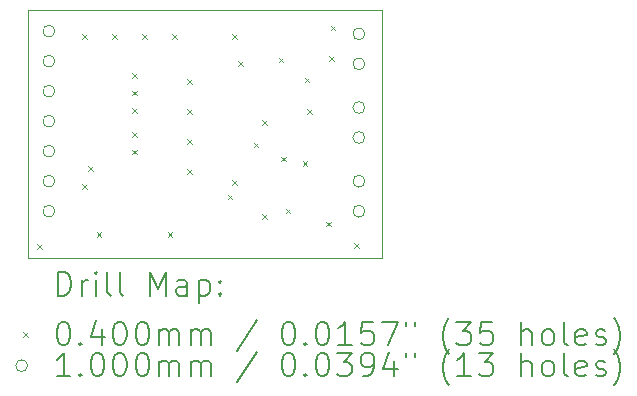
<source format=gbr>
%TF.GenerationSoftware,KiCad,Pcbnew,(6.0.7)*%
%TF.CreationDate,2022-10-19T11:36:26-04:00*%
%TF.ProjectId,SPItoCAN,53504974-6f43-4414-9e2e-6b696361645f,rev?*%
%TF.SameCoordinates,Original*%
%TF.FileFunction,Drillmap*%
%TF.FilePolarity,Positive*%
%FSLAX45Y45*%
G04 Gerber Fmt 4.5, Leading zero omitted, Abs format (unit mm)*
G04 Created by KiCad (PCBNEW (6.0.7)) date 2022-10-19 11:36:26*
%MOMM*%
%LPD*%
G01*
G04 APERTURE LIST*
%ADD10C,0.100000*%
%ADD11C,0.200000*%
%ADD12C,0.040000*%
G04 APERTURE END LIST*
D10*
X1300000Y-1300000D02*
X4300000Y-1300000D01*
X4300000Y-1300000D02*
X4300000Y-3400000D01*
X4300000Y-3400000D02*
X1300000Y-3400000D01*
X1300000Y-3400000D02*
X1300000Y-1300000D01*
D11*
D12*
X1377000Y-3282000D02*
X1417000Y-3322000D01*
X1417000Y-3282000D02*
X1377000Y-3322000D01*
X1758000Y-1504000D02*
X1798000Y-1544000D01*
X1798000Y-1504000D02*
X1758000Y-1544000D01*
X1758000Y-2774000D02*
X1798000Y-2814000D01*
X1798000Y-2774000D02*
X1758000Y-2814000D01*
X1810000Y-2620000D02*
X1850000Y-2660000D01*
X1850000Y-2620000D02*
X1810000Y-2660000D01*
X1880000Y-3180000D02*
X1920000Y-3220000D01*
X1920000Y-3180000D02*
X1880000Y-3220000D01*
X2012000Y-1504000D02*
X2052000Y-1544000D01*
X2052000Y-1504000D02*
X2012000Y-1544000D01*
X2180000Y-1830000D02*
X2220000Y-1870000D01*
X2220000Y-1830000D02*
X2180000Y-1870000D01*
X2180000Y-1980000D02*
X2220000Y-2020000D01*
X2220000Y-1980000D02*
X2180000Y-2020000D01*
X2180000Y-2130000D02*
X2220000Y-2170000D01*
X2220000Y-2130000D02*
X2180000Y-2170000D01*
X2180000Y-2330000D02*
X2220000Y-2370000D01*
X2220000Y-2330000D02*
X2180000Y-2370000D01*
X2180000Y-2480000D02*
X2220000Y-2520000D01*
X2220000Y-2480000D02*
X2180000Y-2520000D01*
X2266000Y-1504000D02*
X2306000Y-1544000D01*
X2306000Y-1504000D02*
X2266000Y-1544000D01*
X2480000Y-3180000D02*
X2520000Y-3220000D01*
X2520000Y-3180000D02*
X2480000Y-3220000D01*
X2520000Y-1504000D02*
X2560000Y-1544000D01*
X2560000Y-1504000D02*
X2520000Y-1544000D01*
X2647000Y-1885000D02*
X2687000Y-1925000D01*
X2687000Y-1885000D02*
X2647000Y-1925000D01*
X2647000Y-2139000D02*
X2687000Y-2179000D01*
X2687000Y-2139000D02*
X2647000Y-2179000D01*
X2647000Y-2393000D02*
X2687000Y-2433000D01*
X2687000Y-2393000D02*
X2647000Y-2433000D01*
X2647000Y-2647000D02*
X2687000Y-2687000D01*
X2687000Y-2647000D02*
X2647000Y-2687000D01*
X2990000Y-2860000D02*
X3030000Y-2900000D01*
X3030000Y-2860000D02*
X2990000Y-2900000D01*
X3028000Y-1504000D02*
X3068000Y-1544000D01*
X3068000Y-1504000D02*
X3028000Y-1544000D01*
X3030000Y-2740000D02*
X3070000Y-2780000D01*
X3070000Y-2740000D02*
X3030000Y-2780000D01*
X3079000Y-1729000D02*
X3119000Y-1769000D01*
X3119000Y-1729000D02*
X3079000Y-1769000D01*
X3210000Y-2420000D02*
X3250000Y-2460000D01*
X3250000Y-2420000D02*
X3210000Y-2460000D01*
X3280000Y-2230000D02*
X3320000Y-2270000D01*
X3320000Y-2230000D02*
X3280000Y-2270000D01*
X3282000Y-3028000D02*
X3322000Y-3068000D01*
X3322000Y-3028000D02*
X3282000Y-3068000D01*
X3420000Y-1700000D02*
X3460000Y-1740000D01*
X3460000Y-1700000D02*
X3420000Y-1740000D01*
X3440000Y-2540000D02*
X3480000Y-2580000D01*
X3480000Y-2540000D02*
X3440000Y-2580000D01*
X3480000Y-2980000D02*
X3520000Y-3020000D01*
X3520000Y-2980000D02*
X3480000Y-3020000D01*
X3625050Y-2580000D02*
X3665050Y-2620000D01*
X3665050Y-2580000D02*
X3625050Y-2620000D01*
X3640000Y-1870000D02*
X3680000Y-1910000D01*
X3680000Y-1870000D02*
X3640000Y-1910000D01*
X3663000Y-2139000D02*
X3703000Y-2179000D01*
X3703000Y-2139000D02*
X3663000Y-2179000D01*
X3820000Y-3090000D02*
X3860000Y-3130000D01*
X3860000Y-3090000D02*
X3820000Y-3130000D01*
X3850000Y-1690000D02*
X3890000Y-1730000D01*
X3890000Y-1690000D02*
X3850000Y-1730000D01*
X3860000Y-1430000D02*
X3900000Y-1470000D01*
X3900000Y-1430000D02*
X3860000Y-1470000D01*
X4060000Y-3270000D02*
X4100000Y-3310000D01*
X4100000Y-3270000D02*
X4060000Y-3310000D01*
D10*
X1525000Y-1476000D02*
G75*
G03*
X1525000Y-1476000I-50000J0D01*
G01*
X1525000Y-1730000D02*
G75*
G03*
X1525000Y-1730000I-50000J0D01*
G01*
X1525000Y-1984000D02*
G75*
G03*
X1525000Y-1984000I-50000J0D01*
G01*
X1525000Y-2238000D02*
G75*
G03*
X1525000Y-2238000I-50000J0D01*
G01*
X1525000Y-2492000D02*
G75*
G03*
X1525000Y-2492000I-50000J0D01*
G01*
X1525000Y-2746000D02*
G75*
G03*
X1525000Y-2746000I-50000J0D01*
G01*
X1525000Y-3000000D02*
G75*
G03*
X1525000Y-3000000I-50000J0D01*
G01*
X4150000Y-1500000D02*
G75*
G03*
X4150000Y-1500000I-50000J0D01*
G01*
X4150000Y-1754000D02*
G75*
G03*
X4150000Y-1754000I-50000J0D01*
G01*
X4150000Y-2122500D02*
G75*
G03*
X4150000Y-2122500I-50000J0D01*
G01*
X4150000Y-2376500D02*
G75*
G03*
X4150000Y-2376500I-50000J0D01*
G01*
X4150000Y-2747500D02*
G75*
G03*
X4150000Y-2747500I-50000J0D01*
G01*
X4150000Y-3001500D02*
G75*
G03*
X4150000Y-3001500I-50000J0D01*
G01*
D11*
X1552619Y-3715476D02*
X1552619Y-3515476D01*
X1600238Y-3515476D01*
X1628809Y-3525000D01*
X1647857Y-3544048D01*
X1657381Y-3563095D01*
X1666905Y-3601190D01*
X1666905Y-3629762D01*
X1657381Y-3667857D01*
X1647857Y-3686905D01*
X1628809Y-3705952D01*
X1600238Y-3715476D01*
X1552619Y-3715476D01*
X1752619Y-3715476D02*
X1752619Y-3582143D01*
X1752619Y-3620238D02*
X1762143Y-3601190D01*
X1771667Y-3591667D01*
X1790714Y-3582143D01*
X1809762Y-3582143D01*
X1876428Y-3715476D02*
X1876428Y-3582143D01*
X1876428Y-3515476D02*
X1866905Y-3525000D01*
X1876428Y-3534524D01*
X1885952Y-3525000D01*
X1876428Y-3515476D01*
X1876428Y-3534524D01*
X2000238Y-3715476D02*
X1981190Y-3705952D01*
X1971667Y-3686905D01*
X1971667Y-3515476D01*
X2105000Y-3715476D02*
X2085952Y-3705952D01*
X2076428Y-3686905D01*
X2076428Y-3515476D01*
X2333571Y-3715476D02*
X2333571Y-3515476D01*
X2400238Y-3658333D01*
X2466905Y-3515476D01*
X2466905Y-3715476D01*
X2647857Y-3715476D02*
X2647857Y-3610714D01*
X2638333Y-3591667D01*
X2619286Y-3582143D01*
X2581190Y-3582143D01*
X2562143Y-3591667D01*
X2647857Y-3705952D02*
X2628810Y-3715476D01*
X2581190Y-3715476D01*
X2562143Y-3705952D01*
X2552619Y-3686905D01*
X2552619Y-3667857D01*
X2562143Y-3648809D01*
X2581190Y-3639286D01*
X2628810Y-3639286D01*
X2647857Y-3629762D01*
X2743095Y-3582143D02*
X2743095Y-3782143D01*
X2743095Y-3591667D02*
X2762143Y-3582143D01*
X2800238Y-3582143D01*
X2819286Y-3591667D01*
X2828809Y-3601190D01*
X2838333Y-3620238D01*
X2838333Y-3677381D01*
X2828809Y-3696428D01*
X2819286Y-3705952D01*
X2800238Y-3715476D01*
X2762143Y-3715476D01*
X2743095Y-3705952D01*
X2924048Y-3696428D02*
X2933571Y-3705952D01*
X2924048Y-3715476D01*
X2914524Y-3705952D01*
X2924048Y-3696428D01*
X2924048Y-3715476D01*
X2924048Y-3591667D02*
X2933571Y-3601190D01*
X2924048Y-3610714D01*
X2914524Y-3601190D01*
X2924048Y-3591667D01*
X2924048Y-3610714D01*
D12*
X1255000Y-4025000D02*
X1295000Y-4065000D01*
X1295000Y-4025000D02*
X1255000Y-4065000D01*
D11*
X1590714Y-3935476D02*
X1609762Y-3935476D01*
X1628809Y-3945000D01*
X1638333Y-3954524D01*
X1647857Y-3973571D01*
X1657381Y-4011667D01*
X1657381Y-4059286D01*
X1647857Y-4097381D01*
X1638333Y-4116428D01*
X1628809Y-4125952D01*
X1609762Y-4135476D01*
X1590714Y-4135476D01*
X1571667Y-4125952D01*
X1562143Y-4116428D01*
X1552619Y-4097381D01*
X1543095Y-4059286D01*
X1543095Y-4011667D01*
X1552619Y-3973571D01*
X1562143Y-3954524D01*
X1571667Y-3945000D01*
X1590714Y-3935476D01*
X1743095Y-4116428D02*
X1752619Y-4125952D01*
X1743095Y-4135476D01*
X1733571Y-4125952D01*
X1743095Y-4116428D01*
X1743095Y-4135476D01*
X1924048Y-4002143D02*
X1924048Y-4135476D01*
X1876428Y-3925952D02*
X1828809Y-4068809D01*
X1952619Y-4068809D01*
X2066905Y-3935476D02*
X2085952Y-3935476D01*
X2105000Y-3945000D01*
X2114524Y-3954524D01*
X2124048Y-3973571D01*
X2133571Y-4011667D01*
X2133571Y-4059286D01*
X2124048Y-4097381D01*
X2114524Y-4116428D01*
X2105000Y-4125952D01*
X2085952Y-4135476D01*
X2066905Y-4135476D01*
X2047857Y-4125952D01*
X2038333Y-4116428D01*
X2028809Y-4097381D01*
X2019286Y-4059286D01*
X2019286Y-4011667D01*
X2028809Y-3973571D01*
X2038333Y-3954524D01*
X2047857Y-3945000D01*
X2066905Y-3935476D01*
X2257381Y-3935476D02*
X2276429Y-3935476D01*
X2295476Y-3945000D01*
X2305000Y-3954524D01*
X2314524Y-3973571D01*
X2324048Y-4011667D01*
X2324048Y-4059286D01*
X2314524Y-4097381D01*
X2305000Y-4116428D01*
X2295476Y-4125952D01*
X2276429Y-4135476D01*
X2257381Y-4135476D01*
X2238333Y-4125952D01*
X2228810Y-4116428D01*
X2219286Y-4097381D01*
X2209762Y-4059286D01*
X2209762Y-4011667D01*
X2219286Y-3973571D01*
X2228810Y-3954524D01*
X2238333Y-3945000D01*
X2257381Y-3935476D01*
X2409762Y-4135476D02*
X2409762Y-4002143D01*
X2409762Y-4021190D02*
X2419286Y-4011667D01*
X2438333Y-4002143D01*
X2466905Y-4002143D01*
X2485952Y-4011667D01*
X2495476Y-4030714D01*
X2495476Y-4135476D01*
X2495476Y-4030714D02*
X2505000Y-4011667D01*
X2524048Y-4002143D01*
X2552619Y-4002143D01*
X2571667Y-4011667D01*
X2581190Y-4030714D01*
X2581190Y-4135476D01*
X2676429Y-4135476D02*
X2676429Y-4002143D01*
X2676429Y-4021190D02*
X2685952Y-4011667D01*
X2705000Y-4002143D01*
X2733571Y-4002143D01*
X2752619Y-4011667D01*
X2762143Y-4030714D01*
X2762143Y-4135476D01*
X2762143Y-4030714D02*
X2771667Y-4011667D01*
X2790714Y-4002143D01*
X2819286Y-4002143D01*
X2838333Y-4011667D01*
X2847857Y-4030714D01*
X2847857Y-4135476D01*
X3238333Y-3925952D02*
X3066905Y-4183095D01*
X3495476Y-3935476D02*
X3514524Y-3935476D01*
X3533571Y-3945000D01*
X3543095Y-3954524D01*
X3552619Y-3973571D01*
X3562143Y-4011667D01*
X3562143Y-4059286D01*
X3552619Y-4097381D01*
X3543095Y-4116428D01*
X3533571Y-4125952D01*
X3514524Y-4135476D01*
X3495476Y-4135476D01*
X3476428Y-4125952D01*
X3466905Y-4116428D01*
X3457381Y-4097381D01*
X3447857Y-4059286D01*
X3447857Y-4011667D01*
X3457381Y-3973571D01*
X3466905Y-3954524D01*
X3476428Y-3945000D01*
X3495476Y-3935476D01*
X3647857Y-4116428D02*
X3657381Y-4125952D01*
X3647857Y-4135476D01*
X3638333Y-4125952D01*
X3647857Y-4116428D01*
X3647857Y-4135476D01*
X3781190Y-3935476D02*
X3800238Y-3935476D01*
X3819286Y-3945000D01*
X3828809Y-3954524D01*
X3838333Y-3973571D01*
X3847857Y-4011667D01*
X3847857Y-4059286D01*
X3838333Y-4097381D01*
X3828809Y-4116428D01*
X3819286Y-4125952D01*
X3800238Y-4135476D01*
X3781190Y-4135476D01*
X3762143Y-4125952D01*
X3752619Y-4116428D01*
X3743095Y-4097381D01*
X3733571Y-4059286D01*
X3733571Y-4011667D01*
X3743095Y-3973571D01*
X3752619Y-3954524D01*
X3762143Y-3945000D01*
X3781190Y-3935476D01*
X4038333Y-4135476D02*
X3924048Y-4135476D01*
X3981190Y-4135476D02*
X3981190Y-3935476D01*
X3962143Y-3964048D01*
X3943095Y-3983095D01*
X3924048Y-3992619D01*
X4219286Y-3935476D02*
X4124048Y-3935476D01*
X4114524Y-4030714D01*
X4124048Y-4021190D01*
X4143095Y-4011667D01*
X4190714Y-4011667D01*
X4209762Y-4021190D01*
X4219286Y-4030714D01*
X4228810Y-4049762D01*
X4228810Y-4097381D01*
X4219286Y-4116428D01*
X4209762Y-4125952D01*
X4190714Y-4135476D01*
X4143095Y-4135476D01*
X4124048Y-4125952D01*
X4114524Y-4116428D01*
X4295476Y-3935476D02*
X4428810Y-3935476D01*
X4343095Y-4135476D01*
X4495476Y-3935476D02*
X4495476Y-3973571D01*
X4571667Y-3935476D02*
X4571667Y-3973571D01*
X4866905Y-4211667D02*
X4857381Y-4202143D01*
X4838333Y-4173571D01*
X4828810Y-4154524D01*
X4819286Y-4125952D01*
X4809762Y-4078333D01*
X4809762Y-4040238D01*
X4819286Y-3992619D01*
X4828810Y-3964048D01*
X4838333Y-3945000D01*
X4857381Y-3916428D01*
X4866905Y-3906905D01*
X4924048Y-3935476D02*
X5047857Y-3935476D01*
X4981190Y-4011667D01*
X5009762Y-4011667D01*
X5028810Y-4021190D01*
X5038333Y-4030714D01*
X5047857Y-4049762D01*
X5047857Y-4097381D01*
X5038333Y-4116428D01*
X5028810Y-4125952D01*
X5009762Y-4135476D01*
X4952619Y-4135476D01*
X4933571Y-4125952D01*
X4924048Y-4116428D01*
X5228810Y-3935476D02*
X5133571Y-3935476D01*
X5124048Y-4030714D01*
X5133571Y-4021190D01*
X5152619Y-4011667D01*
X5200238Y-4011667D01*
X5219286Y-4021190D01*
X5228810Y-4030714D01*
X5238333Y-4049762D01*
X5238333Y-4097381D01*
X5228810Y-4116428D01*
X5219286Y-4125952D01*
X5200238Y-4135476D01*
X5152619Y-4135476D01*
X5133571Y-4125952D01*
X5124048Y-4116428D01*
X5476429Y-4135476D02*
X5476429Y-3935476D01*
X5562143Y-4135476D02*
X5562143Y-4030714D01*
X5552619Y-4011667D01*
X5533571Y-4002143D01*
X5505000Y-4002143D01*
X5485952Y-4011667D01*
X5476429Y-4021190D01*
X5685952Y-4135476D02*
X5666905Y-4125952D01*
X5657381Y-4116428D01*
X5647857Y-4097381D01*
X5647857Y-4040238D01*
X5657381Y-4021190D01*
X5666905Y-4011667D01*
X5685952Y-4002143D01*
X5714524Y-4002143D01*
X5733571Y-4011667D01*
X5743095Y-4021190D01*
X5752619Y-4040238D01*
X5752619Y-4097381D01*
X5743095Y-4116428D01*
X5733571Y-4125952D01*
X5714524Y-4135476D01*
X5685952Y-4135476D01*
X5866905Y-4135476D02*
X5847857Y-4125952D01*
X5838333Y-4106905D01*
X5838333Y-3935476D01*
X6019286Y-4125952D02*
X6000238Y-4135476D01*
X5962143Y-4135476D01*
X5943095Y-4125952D01*
X5933571Y-4106905D01*
X5933571Y-4030714D01*
X5943095Y-4011667D01*
X5962143Y-4002143D01*
X6000238Y-4002143D01*
X6019286Y-4011667D01*
X6028809Y-4030714D01*
X6028809Y-4049762D01*
X5933571Y-4068809D01*
X6105000Y-4125952D02*
X6124048Y-4135476D01*
X6162143Y-4135476D01*
X6181190Y-4125952D01*
X6190714Y-4106905D01*
X6190714Y-4097381D01*
X6181190Y-4078333D01*
X6162143Y-4068809D01*
X6133571Y-4068809D01*
X6114524Y-4059286D01*
X6105000Y-4040238D01*
X6105000Y-4030714D01*
X6114524Y-4011667D01*
X6133571Y-4002143D01*
X6162143Y-4002143D01*
X6181190Y-4011667D01*
X6257381Y-4211667D02*
X6266905Y-4202143D01*
X6285952Y-4173571D01*
X6295476Y-4154524D01*
X6305000Y-4125952D01*
X6314524Y-4078333D01*
X6314524Y-4040238D01*
X6305000Y-3992619D01*
X6295476Y-3964048D01*
X6285952Y-3945000D01*
X6266905Y-3916428D01*
X6257381Y-3906905D01*
D10*
X1295000Y-4309000D02*
G75*
G03*
X1295000Y-4309000I-50000J0D01*
G01*
D11*
X1657381Y-4399476D02*
X1543095Y-4399476D01*
X1600238Y-4399476D02*
X1600238Y-4199476D01*
X1581190Y-4228048D01*
X1562143Y-4247095D01*
X1543095Y-4256619D01*
X1743095Y-4380429D02*
X1752619Y-4389952D01*
X1743095Y-4399476D01*
X1733571Y-4389952D01*
X1743095Y-4380429D01*
X1743095Y-4399476D01*
X1876428Y-4199476D02*
X1895476Y-4199476D01*
X1914524Y-4209000D01*
X1924048Y-4218524D01*
X1933571Y-4237571D01*
X1943095Y-4275667D01*
X1943095Y-4323286D01*
X1933571Y-4361381D01*
X1924048Y-4380429D01*
X1914524Y-4389952D01*
X1895476Y-4399476D01*
X1876428Y-4399476D01*
X1857381Y-4389952D01*
X1847857Y-4380429D01*
X1838333Y-4361381D01*
X1828809Y-4323286D01*
X1828809Y-4275667D01*
X1838333Y-4237571D01*
X1847857Y-4218524D01*
X1857381Y-4209000D01*
X1876428Y-4199476D01*
X2066905Y-4199476D02*
X2085952Y-4199476D01*
X2105000Y-4209000D01*
X2114524Y-4218524D01*
X2124048Y-4237571D01*
X2133571Y-4275667D01*
X2133571Y-4323286D01*
X2124048Y-4361381D01*
X2114524Y-4380429D01*
X2105000Y-4389952D01*
X2085952Y-4399476D01*
X2066905Y-4399476D01*
X2047857Y-4389952D01*
X2038333Y-4380429D01*
X2028809Y-4361381D01*
X2019286Y-4323286D01*
X2019286Y-4275667D01*
X2028809Y-4237571D01*
X2038333Y-4218524D01*
X2047857Y-4209000D01*
X2066905Y-4199476D01*
X2257381Y-4199476D02*
X2276429Y-4199476D01*
X2295476Y-4209000D01*
X2305000Y-4218524D01*
X2314524Y-4237571D01*
X2324048Y-4275667D01*
X2324048Y-4323286D01*
X2314524Y-4361381D01*
X2305000Y-4380429D01*
X2295476Y-4389952D01*
X2276429Y-4399476D01*
X2257381Y-4399476D01*
X2238333Y-4389952D01*
X2228810Y-4380429D01*
X2219286Y-4361381D01*
X2209762Y-4323286D01*
X2209762Y-4275667D01*
X2219286Y-4237571D01*
X2228810Y-4218524D01*
X2238333Y-4209000D01*
X2257381Y-4199476D01*
X2409762Y-4399476D02*
X2409762Y-4266143D01*
X2409762Y-4285190D02*
X2419286Y-4275667D01*
X2438333Y-4266143D01*
X2466905Y-4266143D01*
X2485952Y-4275667D01*
X2495476Y-4294714D01*
X2495476Y-4399476D01*
X2495476Y-4294714D02*
X2505000Y-4275667D01*
X2524048Y-4266143D01*
X2552619Y-4266143D01*
X2571667Y-4275667D01*
X2581190Y-4294714D01*
X2581190Y-4399476D01*
X2676429Y-4399476D02*
X2676429Y-4266143D01*
X2676429Y-4285190D02*
X2685952Y-4275667D01*
X2705000Y-4266143D01*
X2733571Y-4266143D01*
X2752619Y-4275667D01*
X2762143Y-4294714D01*
X2762143Y-4399476D01*
X2762143Y-4294714D02*
X2771667Y-4275667D01*
X2790714Y-4266143D01*
X2819286Y-4266143D01*
X2838333Y-4275667D01*
X2847857Y-4294714D01*
X2847857Y-4399476D01*
X3238333Y-4189952D02*
X3066905Y-4447095D01*
X3495476Y-4199476D02*
X3514524Y-4199476D01*
X3533571Y-4209000D01*
X3543095Y-4218524D01*
X3552619Y-4237571D01*
X3562143Y-4275667D01*
X3562143Y-4323286D01*
X3552619Y-4361381D01*
X3543095Y-4380429D01*
X3533571Y-4389952D01*
X3514524Y-4399476D01*
X3495476Y-4399476D01*
X3476428Y-4389952D01*
X3466905Y-4380429D01*
X3457381Y-4361381D01*
X3447857Y-4323286D01*
X3447857Y-4275667D01*
X3457381Y-4237571D01*
X3466905Y-4218524D01*
X3476428Y-4209000D01*
X3495476Y-4199476D01*
X3647857Y-4380429D02*
X3657381Y-4389952D01*
X3647857Y-4399476D01*
X3638333Y-4389952D01*
X3647857Y-4380429D01*
X3647857Y-4399476D01*
X3781190Y-4199476D02*
X3800238Y-4199476D01*
X3819286Y-4209000D01*
X3828809Y-4218524D01*
X3838333Y-4237571D01*
X3847857Y-4275667D01*
X3847857Y-4323286D01*
X3838333Y-4361381D01*
X3828809Y-4380429D01*
X3819286Y-4389952D01*
X3800238Y-4399476D01*
X3781190Y-4399476D01*
X3762143Y-4389952D01*
X3752619Y-4380429D01*
X3743095Y-4361381D01*
X3733571Y-4323286D01*
X3733571Y-4275667D01*
X3743095Y-4237571D01*
X3752619Y-4218524D01*
X3762143Y-4209000D01*
X3781190Y-4199476D01*
X3914524Y-4199476D02*
X4038333Y-4199476D01*
X3971667Y-4275667D01*
X4000238Y-4275667D01*
X4019286Y-4285190D01*
X4028809Y-4294714D01*
X4038333Y-4313762D01*
X4038333Y-4361381D01*
X4028809Y-4380429D01*
X4019286Y-4389952D01*
X4000238Y-4399476D01*
X3943095Y-4399476D01*
X3924048Y-4389952D01*
X3914524Y-4380429D01*
X4133571Y-4399476D02*
X4171667Y-4399476D01*
X4190714Y-4389952D01*
X4200238Y-4380429D01*
X4219286Y-4351857D01*
X4228810Y-4313762D01*
X4228810Y-4237571D01*
X4219286Y-4218524D01*
X4209762Y-4209000D01*
X4190714Y-4199476D01*
X4152619Y-4199476D01*
X4133571Y-4209000D01*
X4124048Y-4218524D01*
X4114524Y-4237571D01*
X4114524Y-4285190D01*
X4124048Y-4304238D01*
X4133571Y-4313762D01*
X4152619Y-4323286D01*
X4190714Y-4323286D01*
X4209762Y-4313762D01*
X4219286Y-4304238D01*
X4228810Y-4285190D01*
X4400238Y-4266143D02*
X4400238Y-4399476D01*
X4352619Y-4189952D02*
X4305000Y-4332810D01*
X4428810Y-4332810D01*
X4495476Y-4199476D02*
X4495476Y-4237571D01*
X4571667Y-4199476D02*
X4571667Y-4237571D01*
X4866905Y-4475667D02*
X4857381Y-4466143D01*
X4838333Y-4437571D01*
X4828810Y-4418524D01*
X4819286Y-4389952D01*
X4809762Y-4342333D01*
X4809762Y-4304238D01*
X4819286Y-4256619D01*
X4828810Y-4228048D01*
X4838333Y-4209000D01*
X4857381Y-4180428D01*
X4866905Y-4170905D01*
X5047857Y-4399476D02*
X4933571Y-4399476D01*
X4990714Y-4399476D02*
X4990714Y-4199476D01*
X4971667Y-4228048D01*
X4952619Y-4247095D01*
X4933571Y-4256619D01*
X5114524Y-4199476D02*
X5238333Y-4199476D01*
X5171667Y-4275667D01*
X5200238Y-4275667D01*
X5219286Y-4285190D01*
X5228810Y-4294714D01*
X5238333Y-4313762D01*
X5238333Y-4361381D01*
X5228810Y-4380429D01*
X5219286Y-4389952D01*
X5200238Y-4399476D01*
X5143095Y-4399476D01*
X5124048Y-4389952D01*
X5114524Y-4380429D01*
X5476429Y-4399476D02*
X5476429Y-4199476D01*
X5562143Y-4399476D02*
X5562143Y-4294714D01*
X5552619Y-4275667D01*
X5533571Y-4266143D01*
X5505000Y-4266143D01*
X5485952Y-4275667D01*
X5476429Y-4285190D01*
X5685952Y-4399476D02*
X5666905Y-4389952D01*
X5657381Y-4380429D01*
X5647857Y-4361381D01*
X5647857Y-4304238D01*
X5657381Y-4285190D01*
X5666905Y-4275667D01*
X5685952Y-4266143D01*
X5714524Y-4266143D01*
X5733571Y-4275667D01*
X5743095Y-4285190D01*
X5752619Y-4304238D01*
X5752619Y-4361381D01*
X5743095Y-4380429D01*
X5733571Y-4389952D01*
X5714524Y-4399476D01*
X5685952Y-4399476D01*
X5866905Y-4399476D02*
X5847857Y-4389952D01*
X5838333Y-4370905D01*
X5838333Y-4199476D01*
X6019286Y-4389952D02*
X6000238Y-4399476D01*
X5962143Y-4399476D01*
X5943095Y-4389952D01*
X5933571Y-4370905D01*
X5933571Y-4294714D01*
X5943095Y-4275667D01*
X5962143Y-4266143D01*
X6000238Y-4266143D01*
X6019286Y-4275667D01*
X6028809Y-4294714D01*
X6028809Y-4313762D01*
X5933571Y-4332810D01*
X6105000Y-4389952D02*
X6124048Y-4399476D01*
X6162143Y-4399476D01*
X6181190Y-4389952D01*
X6190714Y-4370905D01*
X6190714Y-4361381D01*
X6181190Y-4342333D01*
X6162143Y-4332810D01*
X6133571Y-4332810D01*
X6114524Y-4323286D01*
X6105000Y-4304238D01*
X6105000Y-4294714D01*
X6114524Y-4275667D01*
X6133571Y-4266143D01*
X6162143Y-4266143D01*
X6181190Y-4275667D01*
X6257381Y-4475667D02*
X6266905Y-4466143D01*
X6285952Y-4437571D01*
X6295476Y-4418524D01*
X6305000Y-4389952D01*
X6314524Y-4342333D01*
X6314524Y-4304238D01*
X6305000Y-4256619D01*
X6295476Y-4228048D01*
X6285952Y-4209000D01*
X6266905Y-4180428D01*
X6257381Y-4170905D01*
M02*

</source>
